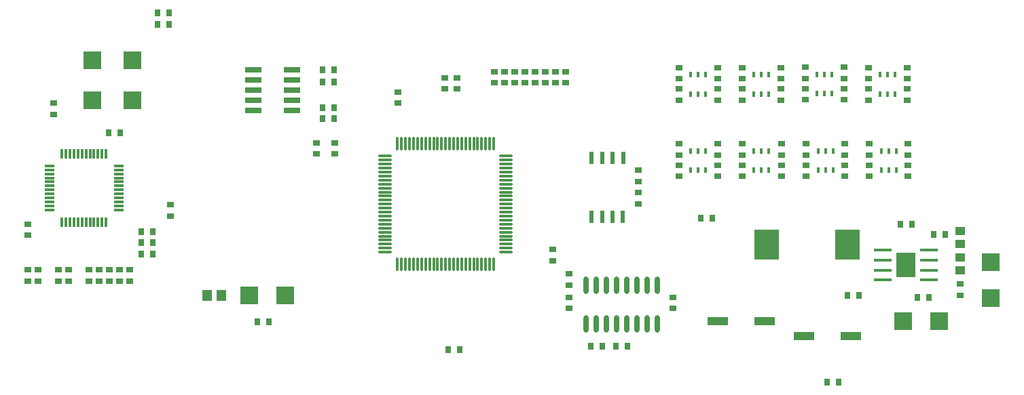
<source format=gtp>
%FSAX43Y43*%
%MOMM*%
G71*
G01*
G75*
G04 Layer_Color=8421504*
%ADD10R,0.800X0.900*%
%ADD11R,0.900X0.800*%
%ADD12R,0.300X1.200*%
%ADD13R,1.200X0.300*%
%ADD14O,0.300X1.800*%
%ADD15O,1.800X0.300*%
%ADD16R,0.508X1.500*%
%ADD17R,2.200X2.200*%
%ADD18R,2.300X2.300*%
%ADD19R,1.200X1.400*%
%ADD20R,3.048X3.683*%
%ADD21R,2.540X1.016*%
%ADD22O,0.600X2.200*%
%ADD23R,2.032X0.635*%
%ADD24R,0.350X0.800*%
%ADD25R,2.300X2.300*%
%ADD26R,2.200X0.450*%
%ADD27R,2.400X3.100*%
%ADD28R,1.300X1.000*%
%ADD29C,0.254*%
%ADD30C,0.381*%
%ADD31C,0.635*%
%ADD32C,0.508*%
%ADD33C,0.330*%
%ADD34C,0.762*%
%ADD35R,9.779X2.159*%
%ADD36R,3.048X6.858*%
%ADD37R,0.762X0.635*%
%ADD38R,1.778X2.794*%
%ADD39R,1.397X1.778*%
%ADD40R,1.016X2.286*%
%ADD41R,1.778X2.819*%
%ADD42R,32.258X2.032*%
%ADD43R,0.889X2.286*%
%ADD44R,2.540X8.636*%
%ADD45R,7.620X4.191*%
%ADD46R,3.048X10.414*%
%ADD47R,6.350X3.048*%
%ADD48R,2.286X7.112*%
%ADD49R,3.302X3.048*%
%ADD50R,7.366X1.016*%
%ADD51R,3.429X4.445*%
%ADD52R,4.191X2.032*%
%ADD53R,2.159X11.049*%
%ADD54R,3.556X3.556*%
%ADD55R,2.286X2.286*%
%ADD56R,2.413X2.286*%
%ADD57R,1.270X1.270*%
%ADD58R,2.159X2.159*%
%ADD59C,0.508*%
%ADD60C,0.762*%
%ADD61C,4.000*%
%ADD62R,1.500X1.500*%
%ADD63C,1.500*%
%ADD64C,1.524*%
%ADD65C,1.778*%
%ADD66C,1.270*%
%ADD67C,2.032*%
%ADD68R,1.524X1.524*%
%ADD69C,3.556*%
%ADD70C,1.600*%
%ADD71C,1.690*%
%ADD72R,1.690X1.690*%
%ADD73C,4.760*%
%ADD74C,3.810*%
%ADD75C,3.000*%
%ADD76R,1.500X1.500*%
%ADD77C,1.016*%
%ADD78R,1.600X0.400*%
%ADD79R,2.794X2.540*%
%ADD80R,1.000X1.800*%
%ADD81R,1.000X1.300*%
%ADD82R,9.525X2.159*%
%ADD83R,3.683X3.937*%
%ADD84R,2.286X2.540*%
%ADD85R,2.286X2.159*%
%ADD86C,0.250*%
%ADD87C,0.127*%
%ADD88C,0.200*%
%ADD89C,0.600*%
%ADD90C,0.100*%
%ADD91C,0.152*%
%ADD92C,0.150*%
D10*
X0053532Y0067056D02*
D03*
X0052132D02*
D03*
X0052132Y0068453D02*
D03*
X0053532D02*
D03*
X0052132Y0069850D02*
D03*
X0053532D02*
D03*
X0068010Y0058547D02*
D03*
X0066610D02*
D03*
X0148906Y0061595D02*
D03*
X0150306D02*
D03*
X0152338Y0069469D02*
D03*
X0150938D02*
D03*
X0146747Y0070739D02*
D03*
X0148147D02*
D03*
X0137603Y0051054D02*
D03*
X0139003D02*
D03*
X0140143Y0061849D02*
D03*
X0141543D02*
D03*
X0123255Y0071501D02*
D03*
X0121855D02*
D03*
X0108139Y0055499D02*
D03*
X0109539D02*
D03*
X0111314D02*
D03*
X0112714D02*
D03*
X0090359Y0055118D02*
D03*
X0091759D02*
D03*
X0076138Y0090043D02*
D03*
X0074738D02*
D03*
X0076138Y0088519D02*
D03*
X0074738D02*
D03*
X0076138Y0083947D02*
D03*
X0074738D02*
D03*
X0076138Y0085344D02*
D03*
X0074738D02*
D03*
X0048068Y0082169D02*
D03*
X0049468D02*
D03*
X0055564Y0097155D02*
D03*
X0054164D02*
D03*
X0055564Y0095758D02*
D03*
X0054164D02*
D03*
D11*
X0037973Y0069404D02*
D03*
Y0070804D02*
D03*
X0043053Y0065089D02*
D03*
Y0063689D02*
D03*
X0041783Y0065089D02*
D03*
Y0063689D02*
D03*
X0039243Y0063689D02*
D03*
Y0065089D02*
D03*
X0037973Y0063689D02*
D03*
Y0065089D02*
D03*
X0046863Y0065089D02*
D03*
Y0063689D02*
D03*
X0045593Y0065089D02*
D03*
Y0063689D02*
D03*
X0048133Y0065089D02*
D03*
Y0063689D02*
D03*
X0041148Y0085917D02*
D03*
Y0084517D02*
D03*
X0114046Y0074741D02*
D03*
Y0073341D02*
D03*
Y0077535D02*
D03*
Y0076135D02*
D03*
X0154178Y0063311D02*
D03*
Y0061911D02*
D03*
X0105410Y0061660D02*
D03*
Y0060260D02*
D03*
X0118364Y0060260D02*
D03*
Y0061660D02*
D03*
X0105410Y0064581D02*
D03*
Y0063181D02*
D03*
X0103378Y0067629D02*
D03*
Y0066229D02*
D03*
X0084074Y0087314D02*
D03*
Y0085914D02*
D03*
X0076200Y0080964D02*
D03*
Y0079564D02*
D03*
X0089916Y0087692D02*
D03*
Y0089092D02*
D03*
X0091440Y0087692D02*
D03*
Y0089092D02*
D03*
X0073914Y0079564D02*
D03*
Y0080964D02*
D03*
X0050673Y0063689D02*
D03*
Y0065089D02*
D03*
X0049403Y0065089D02*
D03*
Y0063689D02*
D03*
X0055753Y0073217D02*
D03*
Y0071817D02*
D03*
X0142748Y0086295D02*
D03*
Y0087695D02*
D03*
X0147574Y0086295D02*
D03*
Y0087695D02*
D03*
X0142748Y0088962D02*
D03*
Y0090362D02*
D03*
X0147574Y0088962D02*
D03*
Y0090362D02*
D03*
X0119126Y0076770D02*
D03*
Y0078170D02*
D03*
Y0079437D02*
D03*
Y0080837D02*
D03*
X0123952Y0079437D02*
D03*
Y0080837D02*
D03*
Y0076770D02*
D03*
Y0078170D02*
D03*
X0134874Y0086320D02*
D03*
Y0087720D02*
D03*
X0139700Y0086320D02*
D03*
Y0087720D02*
D03*
X0134874Y0088987D02*
D03*
Y0090387D02*
D03*
X0139700Y0088987D02*
D03*
Y0090387D02*
D03*
X0127000Y0076770D02*
D03*
Y0078170D02*
D03*
X0131953Y0076770D02*
D03*
Y0078170D02*
D03*
X0127000Y0079437D02*
D03*
Y0080837D02*
D03*
X0131953Y0079437D02*
D03*
Y0080837D02*
D03*
X0131826Y0086295D02*
D03*
Y0087695D02*
D03*
X0127000Y0088962D02*
D03*
Y0090362D02*
D03*
X0131826Y0088962D02*
D03*
Y0090362D02*
D03*
X0127000Y0086295D02*
D03*
Y0087695D02*
D03*
X0119126Y0086295D02*
D03*
Y0087695D02*
D03*
X0123952Y0088962D02*
D03*
Y0090362D02*
D03*
X0119126Y0088962D02*
D03*
Y0090362D02*
D03*
X0123952Y0086295D02*
D03*
Y0087695D02*
D03*
X0135001Y0076770D02*
D03*
Y0078170D02*
D03*
X0139827Y0076770D02*
D03*
Y0078170D02*
D03*
X0135001Y0079437D02*
D03*
Y0080837D02*
D03*
X0139827Y0079437D02*
D03*
Y0080837D02*
D03*
X0142875Y0079437D02*
D03*
Y0080837D02*
D03*
Y0076770D02*
D03*
Y0078170D02*
D03*
X0147701Y0076770D02*
D03*
Y0078170D02*
D03*
Y0079437D02*
D03*
Y0080837D02*
D03*
X0097409Y0088454D02*
D03*
Y0089854D02*
D03*
X0096139Y0088454D02*
D03*
Y0089854D02*
D03*
X0098679Y0088454D02*
D03*
Y0089854D02*
D03*
X0099949Y0088454D02*
D03*
Y0089854D02*
D03*
X0105029Y0088454D02*
D03*
Y0089854D02*
D03*
X0102489Y0088454D02*
D03*
Y0089854D02*
D03*
X0101219Y0088454D02*
D03*
Y0089854D02*
D03*
X0103759Y0088454D02*
D03*
Y0089854D02*
D03*
D12*
X0042208Y0079611D02*
D03*
X0042708D02*
D03*
X0043208D02*
D03*
X0043708D02*
D03*
X0044208Y0079611D02*
D03*
X0044708D02*
D03*
X0045208D02*
D03*
X0045708D02*
D03*
X0046208D02*
D03*
X0046708D02*
D03*
X0047208D02*
D03*
X0047708D02*
D03*
X0047708Y0071011D02*
D03*
X0047208D02*
D03*
X0046708D02*
D03*
X0046208D02*
D03*
X0045708Y0071011D02*
D03*
X0045208D02*
D03*
X0044708D02*
D03*
X0044208D02*
D03*
X0043708D02*
D03*
X0043208D02*
D03*
X0042708D02*
D03*
X0042208D02*
D03*
D13*
X0049258Y0078061D02*
D03*
Y0077561D02*
D03*
Y0077061D02*
D03*
Y0076561D02*
D03*
Y0076061D02*
D03*
Y0075561D02*
D03*
Y0075061D02*
D03*
Y0074561D02*
D03*
Y0074061D02*
D03*
Y0073561D02*
D03*
Y0073061D02*
D03*
Y0072561D02*
D03*
X0040658D02*
D03*
Y0073061D02*
D03*
Y0073561D02*
D03*
Y0074061D02*
D03*
Y0074561D02*
D03*
Y0075061D02*
D03*
Y0075561D02*
D03*
Y0076061D02*
D03*
Y0076561D02*
D03*
Y0077061D02*
D03*
Y0077561D02*
D03*
Y0078061D02*
D03*
D14*
X0084043Y0080829D02*
D03*
X0084543D02*
D03*
X0085043D02*
D03*
X0085543D02*
D03*
X0086043D02*
D03*
X0086543D02*
D03*
X0087043D02*
D03*
X0087543D02*
D03*
X0088043D02*
D03*
X0088543D02*
D03*
X0089043D02*
D03*
X0089543D02*
D03*
X0090043D02*
D03*
X0090543D02*
D03*
X0091043D02*
D03*
X0091543D02*
D03*
X0092043D02*
D03*
X0092543D02*
D03*
X0093043D02*
D03*
X0093543D02*
D03*
X0094043D02*
D03*
X0094543D02*
D03*
X0095043D02*
D03*
X0095543D02*
D03*
X0096043D02*
D03*
Y0065729D02*
D03*
X0095543D02*
D03*
X0095043D02*
D03*
X0094543D02*
D03*
X0094043D02*
D03*
X0093543D02*
D03*
X0093043D02*
D03*
X0092543D02*
D03*
X0092043D02*
D03*
X0091543D02*
D03*
X0091043D02*
D03*
X0090543D02*
D03*
X0090043D02*
D03*
X0089543D02*
D03*
X0089043D02*
D03*
X0088543D02*
D03*
X0088043D02*
D03*
X0087543D02*
D03*
X0087043D02*
D03*
X0086543D02*
D03*
X0086043D02*
D03*
X0085543D02*
D03*
X0085043D02*
D03*
X0084543D02*
D03*
X0084043D02*
D03*
D15*
X0097593Y0079279D02*
D03*
Y0078779D02*
D03*
Y0078279D02*
D03*
Y0077779D02*
D03*
Y0077279D02*
D03*
Y0076779D02*
D03*
Y0076279D02*
D03*
Y0075779D02*
D03*
Y0075279D02*
D03*
Y0074779D02*
D03*
Y0074279D02*
D03*
Y0073779D02*
D03*
Y0073279D02*
D03*
Y0072779D02*
D03*
Y0072279D02*
D03*
Y0071779D02*
D03*
Y0071279D02*
D03*
Y0070779D02*
D03*
Y0070279D02*
D03*
Y0069779D02*
D03*
Y0069279D02*
D03*
Y0068779D02*
D03*
Y0068279D02*
D03*
Y0067779D02*
D03*
Y0067279D02*
D03*
X0082493D02*
D03*
Y0067779D02*
D03*
Y0068279D02*
D03*
Y0068779D02*
D03*
Y0069279D02*
D03*
Y0069779D02*
D03*
Y0070279D02*
D03*
Y0070779D02*
D03*
Y0071279D02*
D03*
Y0071779D02*
D03*
Y0072279D02*
D03*
Y0072779D02*
D03*
Y0073279D02*
D03*
Y0073779D02*
D03*
Y0074279D02*
D03*
Y0074779D02*
D03*
Y0075279D02*
D03*
Y0075779D02*
D03*
Y0076279D02*
D03*
Y0076779D02*
D03*
Y0077279D02*
D03*
Y0077779D02*
D03*
Y0078279D02*
D03*
Y0078779D02*
D03*
Y0079279D02*
D03*
D16*
X0108261Y0079088D02*
D03*
X0109561D02*
D03*
X0110811D02*
D03*
X0112211D02*
D03*
X0112161Y0071738D02*
D03*
X0110861D02*
D03*
X0109561D02*
D03*
X0108261D02*
D03*
D17*
X0051014Y0086273D02*
D03*
Y0091273D02*
D03*
X0046014Y0086273D02*
D03*
Y0091273D02*
D03*
D18*
X0065568Y0061849D02*
D03*
X0070068D02*
D03*
X0151602Y0058674D02*
D03*
X0147102D02*
D03*
D19*
X0060314Y0061849D02*
D03*
X0062114D02*
D03*
D20*
X0130111Y0068199D02*
D03*
X0140145D02*
D03*
D21*
X0123952Y0058674D02*
D03*
X0129794D02*
D03*
X0134747Y0056769D02*
D03*
X0140589D02*
D03*
D22*
X0107569Y0058306D02*
D03*
X0108839D02*
D03*
X0110109D02*
D03*
X0111379D02*
D03*
X0112649D02*
D03*
X0113919D02*
D03*
X0115189D02*
D03*
X0116459D02*
D03*
X0107569Y0063106D02*
D03*
X0108839D02*
D03*
X0110109D02*
D03*
X0111379D02*
D03*
X0112649D02*
D03*
X0113919D02*
D03*
X0115189D02*
D03*
X0116459D02*
D03*
D23*
X0066040Y0090043D02*
D03*
Y0088773D02*
D03*
Y0087503D02*
D03*
Y0086233D02*
D03*
Y0084963D02*
D03*
X0070866D02*
D03*
Y0086233D02*
D03*
Y0087503D02*
D03*
Y0088773D02*
D03*
Y0090043D02*
D03*
D24*
X0146101Y0087046D02*
D03*
X0145161Y0089459D02*
D03*
X0146101D02*
D03*
X0145161Y0087046D02*
D03*
X0144221Y0089459D02*
D03*
Y0087046D02*
D03*
X0122479Y0077521D02*
D03*
X0121539Y0079934D02*
D03*
X0122479D02*
D03*
X0121539Y0077521D02*
D03*
X0120599Y0079934D02*
D03*
Y0077521D02*
D03*
X0138227Y0087071D02*
D03*
X0137287Y0089484D02*
D03*
X0138227D02*
D03*
X0137287Y0087071D02*
D03*
X0136347Y0089484D02*
D03*
Y0087071D02*
D03*
X0130353Y0077521D02*
D03*
X0129413Y0079934D02*
D03*
X0130353D02*
D03*
X0129413Y0077521D02*
D03*
X0128473Y0079934D02*
D03*
Y0077521D02*
D03*
X0130353Y0087046D02*
D03*
X0129413Y0089459D02*
D03*
X0130353D02*
D03*
X0129413Y0087046D02*
D03*
X0128473Y0089459D02*
D03*
Y0087046D02*
D03*
X0122479D02*
D03*
X0121539Y0089459D02*
D03*
X0122479D02*
D03*
X0121539Y0087046D02*
D03*
X0120599Y0089459D02*
D03*
Y0087046D02*
D03*
X0138354Y0077521D02*
D03*
X0137414Y0079934D02*
D03*
X0138354D02*
D03*
X0137414Y0077521D02*
D03*
X0136474Y0079934D02*
D03*
Y0077521D02*
D03*
X0146228D02*
D03*
X0145288Y0079934D02*
D03*
X0146228D02*
D03*
X0145288Y0077521D02*
D03*
X0144348Y0079934D02*
D03*
Y0077521D02*
D03*
D25*
X0157988Y0061504D02*
D03*
Y0066004D02*
D03*
D26*
X0150322Y0063784D02*
D03*
Y0066284D02*
D03*
Y0067534D02*
D03*
Y0065034D02*
D03*
X0144572D02*
D03*
Y0067534D02*
D03*
Y0066284D02*
D03*
Y0063784D02*
D03*
D27*
X0147447Y0065659D02*
D03*
D28*
X0154178Y0068288D02*
D03*
Y0069888D02*
D03*
Y0064986D02*
D03*
Y0066586D02*
D03*
M02*

</source>
